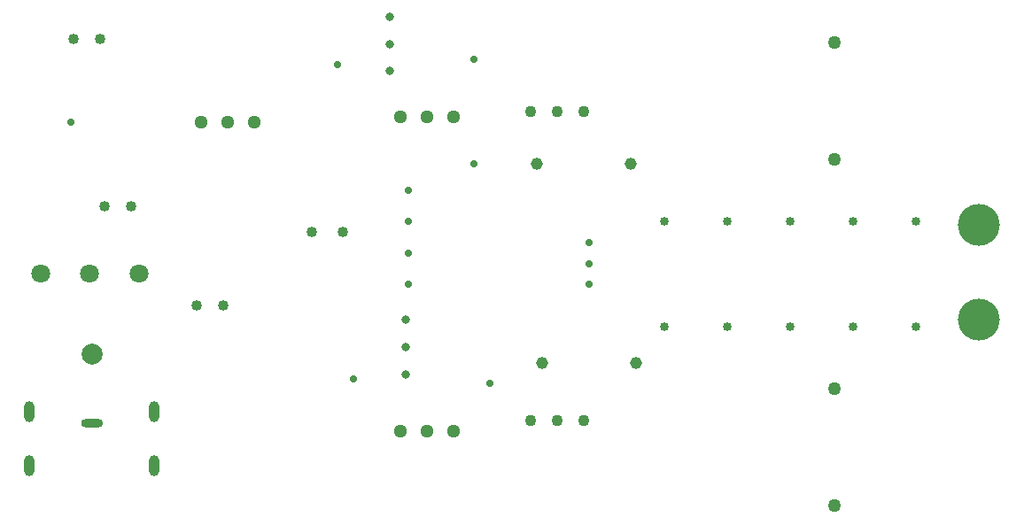
<source format=gbr>
%TF.GenerationSoftware,Altium Limited,Altium Designer,21.2.1 (34)*%
G04 Layer_Color=0*
%FSLAX26Y26*%
%MOIN*%
%TF.SameCoordinates,2E7F18B9-7671-40DC-A7DD-494BE6684AB2*%
%TF.FilePolarity,Positive*%
%TF.FileFunction,Plated,1,2,PTH,Drill*%
%TF.Part,Single*%
G01*
G75*
%TA.AperFunction,ComponentDrill*%
%ADD87C,0.040157*%
%ADD89C,0.050787*%
%ADD90C,0.032677*%
%ADD91C,0.157480*%
%ADD92C,0.033465*%
%ADD93C,0.070866*%
%ADD94C,0.043307*%
%ADD95C,0.045276*%
%ADD96C,0.050000*%
%ADD97O,0.039370X0.078740*%
%ADD98O,0.082677X0.031496*%
%ADD99C,0.078740*%
%TA.AperFunction,ViaDrill,NotFilled*%
%ADD100C,0.028000*%
D87*
X205905Y1929134D02*
D03*
X305906D02*
D03*
X1102361Y1200787D02*
D03*
X1220472D02*
D03*
X324016Y1299213D02*
D03*
X424016D02*
D03*
X669291Y925197D02*
D03*
X769291D02*
D03*
D89*
X1437008Y1633858D02*
D03*
X1537008D02*
D03*
X1637008D02*
D03*
Y452756D02*
D03*
X1537008D02*
D03*
X1437008D02*
D03*
X687402Y1614173D02*
D03*
X787402D02*
D03*
X887402D02*
D03*
D90*
X1397637Y1807087D02*
D03*
Y1909449D02*
D03*
Y2011811D02*
D03*
X1456692Y870079D02*
D03*
Y767717D02*
D03*
Y665354D02*
D03*
D91*
X3614173Y1227362D02*
D03*
Y873032D02*
D03*
D92*
X2431102Y1240158D02*
D03*
Y846457D02*
D03*
X2667323Y1240158D02*
D03*
Y846457D02*
D03*
X2903543Y1240158D02*
D03*
Y846457D02*
D03*
X3139764Y1240158D02*
D03*
Y846457D02*
D03*
X3375984Y1240158D02*
D03*
Y846457D02*
D03*
D93*
X267716Y1043307D02*
D03*
X452756D02*
D03*
X82677D02*
D03*
D94*
X2127559Y492126D02*
D03*
X2027559D02*
D03*
X1927559D02*
D03*
X2127558Y1653543D02*
D03*
X2027558D02*
D03*
X1927558D02*
D03*
D95*
X2322835Y708661D02*
D03*
X1968504D02*
D03*
X1948819Y1456693D02*
D03*
X2303150D02*
D03*
D96*
X3070865Y610236D02*
D03*
Y170236D02*
D03*
Y1476378D02*
D03*
Y1916378D02*
D03*
D97*
X509842Y525591D02*
D03*
Y320866D02*
D03*
X41339D02*
D03*
Y525591D02*
D03*
D98*
X275591Y480315D02*
D03*
D99*
Y742126D02*
D03*
D100*
X196850Y1614173D02*
D03*
X2145669Y1161417D02*
D03*
Y1082677D02*
D03*
Y1003937D02*
D03*
X1466693D02*
D03*
Y1122047D02*
D03*
Y1240158D02*
D03*
Y1358268D02*
D03*
X1259842Y649606D02*
D03*
X1771653Y629921D02*
D03*
X1712598Y1850394D02*
D03*
Y1456693D02*
D03*
X1200787Y1830709D02*
D03*
%TF.MD5,243aebb5de7fe5ad87d7eb2c0212e65e*%
M02*

</source>
